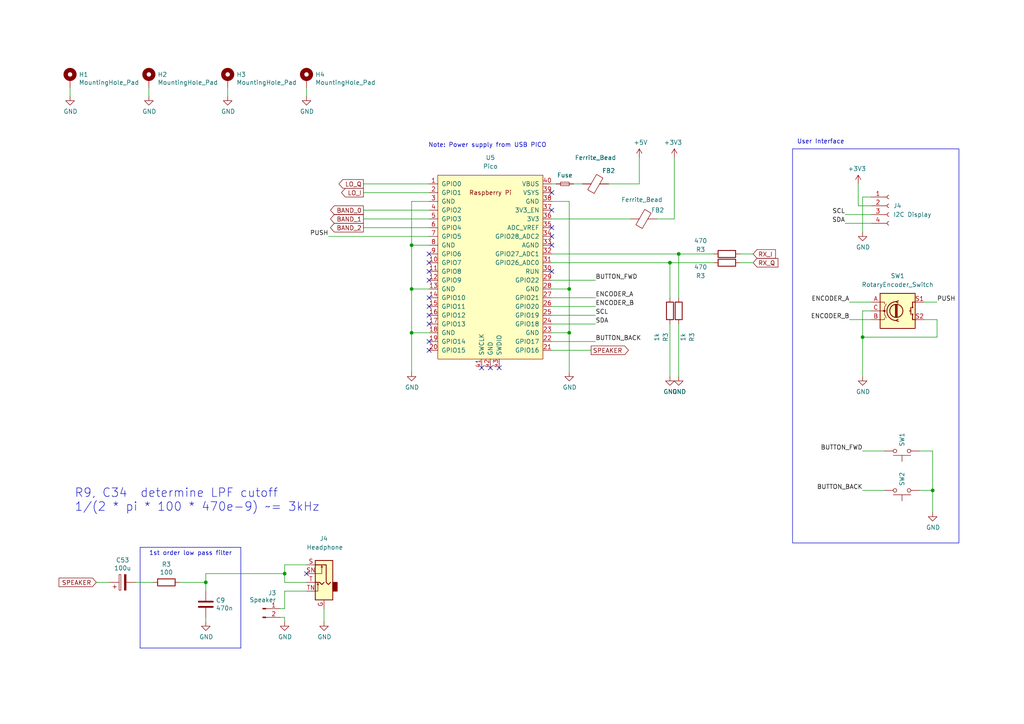
<source format=kicad_sch>
(kicad_sch (version 20250114) (generator "eeschema") (generator_version "9.0")
  (paper "A4")
  (lib_symbols
    (symbol "Connector:Conn_01x04_Socket" (pin_names (offset 1.016) (hide yes))
      (property "Reference" "J" (at 0 5.08 0))
      (property "Value" "Conn_01x04_Socket" (at 0 -7.62 0))
      (symbol "Conn_01x04_Socket_1_1"
        (polyline (pts (xy -1.27 2.54) (xy -0.508 2.54)) (stroke (width 0.1524)))
        (polyline (pts (xy -1.27 0) (xy -0.508 0)) (stroke (width 0.1524)))
        (polyline (pts (xy -1.27 -2.54) (xy -0.508 -2.54)) (stroke (width 0.1524)))
        (polyline (pts (xy -1.27 -5.08) (xy -0.508 -5.08)) (stroke (width 0.1524)))
        (arc (start 0 2.032) (mid -0.5058 2.54) (end 0 3.048) (stroke (width 0.1524)))
        (arc (start 0 -0.508) (mid -0.5058 0) (end 0 0.508) (stroke (width 0.1524)))
        (arc (start 0 -3.048) (mid -0.5058 -2.54) (end 0 -2.032) (stroke (width 0.1524)))
        (arc (start 0 -5.588) (mid -0.5058 -5.08) (end 0 -4.572) (stroke (width 0.1524)))
        (pin passive line (at -5.08 2.54 0) (length 3.81) (name "Pin_1") (number "1"))
        (pin passive line (at -5.08 0 0) (length 3.81) (name "Pin_2") (number "2"))
        (pin passive line (at -5.08 -2.54 0) (length 3.81) (name "Pin_3") (number "3"))
        (pin passive line (at -5.08 -5.08 0) (length 3.81) (name "Pin_4") (number "4"))
      )
    )
    (symbol "Device:C" (pin_numbers (hide yes)) (pin_names (offset 0.254))
      (property "Reference" "C" (at 0.635 2.54 0))
      (property "Value" "C" (at 0.635 -2.54 0))
      (symbol "C_0_1"
        (polyline (pts (xy -2.032 0.762) (xy 2.032 0.762)) (stroke (width 0.508)))
        (polyline (pts (xy -2.032 -0.762) (xy 2.032 -0.762)) (stroke (width 0.508)))
      )
      (symbol "C_1_1"
        (pin passive line (at 0 3.81 270) (length 2.794) (name "~") (number "1"))
        (pin passive line (at 0 -3.81 90) (length 2.794) (name "~") (number "2"))
      )
    )
    (symbol "Device:Ferrite_Bead" (pin_numbers (hide yes)) (pin_names (offset 0))
      (property "Reference" "FB" (at -3.81 0.635 90))
      (property "Value" "Device_Ferrite_Bead" (at 3.81 0 90))
      (symbol "Ferrite_Bead_0_1"
        (polyline (pts (xy -2.7686 0.4064) (xy -1.7018 2.2606) (xy 2.7686 -0.3048) (xy 1.6764 -2.159) (xy -2.7686 0.4064)))
        (polyline (pts (xy 0 1.27) (xy 0 1.2954)))
        (polyline (pts (xy 0 -1.27) (xy 0 -1.2192)))
      )
      (symbol "Ferrite_Bead_1_1"
        (pin passive line (at 0 3.81 270) (length 2.54) (name "~") (number "1"))
        (pin passive line (at 0 -3.81 90) (length 2.54) (name "~") (number "2"))
      )
    )
    (symbol "Device:Fuse_Small" (pin_numbers (hide yes)) (pin_names (offset 0.254) (hide yes))
      (property "Reference" "F" (at 0 -1.524 0))
      (property "Value" "Fuse_Small" (at 0 1.524 0))
      (symbol "Fuse_Small_0_1"
        (rectangle (start -1.27 0.508) (end 1.27 -0.508))
        (polyline (pts (xy -1.27 0) (xy 1.27 0)))
      )
      (symbol "Fuse_Small_1_1"
        (pin passive line (at -2.54 0 0) (length 1.27) (name "~") (number "1"))
        (pin passive line (at 2.54 0 180) (length 1.27) (name "~") (number "2"))
      )
    )
    (symbol "Device:R" (pin_numbers (hide yes)) (pin_names (offset 0))
      (property "Reference" "R" (at 2.032 0 90))
      (property "Value" "R" (at 0 0 90))
      (symbol "R_0_1"
        (rectangle (start -1.016 -2.54) (end 1.016 2.54) (stroke (width 0.254)))
      )
      (symbol "R_1_1"
        (pin passive line (at 0 3.81 270) (length 1.27) (name "~") (number "1"))
        (pin passive line (at 0 -3.81 90) (length 1.27) (name "~") (number "2"))
      )
    )
    (symbol "Device:RotaryEncoder_Switch" (pin_names (offset 0.254) (hide yes))
      (property "Reference" "SW" (at 0 6.604 0))
      (property "Value" "RotaryEncoder_Switch" (at 0 -6.604 0))
      (symbol "RotaryEncoder_Switch_0_1"
        (rectangle (start -5.08 5.08) (end 5.08 -5.08) (stroke (width 0.254)) (fill (type background)))
        (polyline (pts (xy -5.08 2.54) (xy -3.81 2.54) (xy -3.81 2.032)))
        (polyline (pts (xy -5.08 0) (xy -3.81 0) (xy -3.81 -1.016) (xy -3.302 -2.032)))
        (polyline (pts (xy -5.08 -2.54) (xy -3.81 -2.54) (xy -3.81 -2.032)))
        (polyline (pts (xy -4.318 0) (xy -3.81 0) (xy -3.81 1.016) (xy -3.302 2.032)))
        (circle (center -3.81 0) (radius 0.254) (fill (type outline)))
        (polyline (pts (xy -0.635 -1.778) (xy -0.635 1.778)) (stroke (width 0.254)))
        (circle (center -0.381 0) (radius 1.905) (stroke (width 0.254)))
        (polyline (pts (xy -0.381 -1.778) (xy -0.381 1.778)) (stroke (width 0.254)))
        (arc (start -0.381 -2.794) (mid -3.0988 -0.0635) (end -0.381 2.667) (stroke (width 0.254)))
        (polyline (pts (xy -0.127 1.778) (xy -0.127 -1.778)) (stroke (width 0.254)))
        (polyline (pts (xy 0.254 2.921) (xy -0.508 2.667) (xy 0.127 2.286)) (stroke (width 0.254)))
        (polyline (pts (xy 0.254 -3.048) (xy -0.508 -2.794) (xy 0.127 -2.413)) (stroke (width 0.254)))
        (polyline (pts (xy 3.81 1.016) (xy 3.81 -1.016)) (stroke (width 0.254)))
        (polyline (pts (xy 3.81 0) (xy 3.429 0)) (stroke (width 0.254)))
        (circle (center 4.318 1.016) (radius 0.127) (stroke (width 0.254)))
        (circle (center 4.318 -1.016) (radius 0.127) (stroke (width 0.254)))
        (polyline (pts (xy 5.08 2.54) (xy 4.318 2.54) (xy 4.318 1.016)) (stroke (width 0.254)))
        (polyline (pts (xy 5.08 -2.54) (xy 4.318 -2.54) (xy 4.318 -1.016)) (stroke (width 0.254)))
      )
      (symbol "RotaryEncoder_Switch_1_1"
        (pin passive line (at -7.62 2.54 0) (length 2.54) (name "A") (number "A"))
        (pin passive line (at -7.62 0 0) (length 2.54) (name "C") (number "C"))
        (pin passive line (at -7.62 -2.54 0) (length 2.54) (name "B") (number "B"))
        (pin passive line (at 7.62 2.54 180) (length 2.54) (name "S1") (number "S1"))
        (pin passive line (at 7.62 -2.54 180) (length 2.54) (name "S2") (number "S2"))
      )
    )
    (symbol "Mechanical:MountingHole_Pad" (pin_numbers (hide yes)) (pin_names (offset 1.016) (hide yes))
      (property "Reference" "H" (at 0 6.35 0))
      (property "Value" "MountingHole_Pad" (at 0 4.445 0))
      (symbol "MountingHole_Pad_0_1"
        (circle (center 0 1.27) (radius 1.27) (stroke (width 1.27)))
      )
      (symbol "MountingHole_Pad_1_1"
        (pin input line (at 0 -2.54 90) (length 2.54) (name "1") (number "1"))
      )
    )
    (symbol "RADIO-rescue:AudioJack2_Ground_Switch-Connector"
      (property "Reference" "J" (at 0 11.43 0))
      (property "Value" "Connector_AudioJack2_Ground_Switch" (at 0 8.89 0))
      (symbol "AudioJack2_Ground_Switch-Connector_0_1"
        (rectangle (start -2.54 -2.54) (end -3.81 0) (stroke (width 0.254)) (fill (type outline)))
        (rectangle (start 2.54 6.35) (end -2.54 -5.08) (stroke (width 0.254)) (fill (type background)))
      )
      (symbol "AudioJack2_Ground_Switch-Connector_1_1"
        (polyline (pts (xy 0 0) (xy 0.635 -0.635) (xy 1.27 0) (xy 2.54 0)) (stroke (width 0.254)))
        (polyline (pts (xy 0.635 4.826) (xy 0.889 4.318)))
        (polyline (pts (xy 1.778 -0.254) (xy 2.032 -0.762)))
        (polyline (pts (xy 2.54 5.08) (xy -0.635 5.08) (xy -0.635 0) (xy -1.27 -0.635) (xy -1.905 0)) (stroke (width 0.254)))
        (polyline (pts (xy 2.54 2.54) (xy 0.635 2.54) (xy 0.635 4.826) (xy 0.381 4.318)))
        (polyline (pts (xy 2.54 -2.54) (xy 1.778 -2.54) (xy 1.778 -0.254) (xy 1.524 -0.762)))
        (pin passive line (at 0 -7.62 90) (length 2.54) (name "~") (number "G"))
        (pin passive line (at 5.08 5.08 180) (length 2.54) (name "~") (number "S"))
        (pin passive line (at 5.08 2.54 180) (length 2.54) (name "~") (number "SN"))
        (pin passive line (at 5.08 0 180) (length 2.54) (name "~") (number "T"))
        (pin passive line (at 5.08 -2.54 180) (length 2.54) (name "~") (number "TN"))
      )
    )
    (symbol "RADIO-rescue:CP-Device" (pin_numbers (hide yes)) (pin_names (offset 0.254))
      (property "Reference" "C" (at 0.635 2.54 0))
      (property "Value" "Device_CP" (at 0.635 -2.54 0))
      (symbol "CP-Device_0_1"
        (rectangle (start -2.286 0.508) (end 2.286 1.016))
        (polyline (pts (xy -1.778 2.286) (xy -0.762 2.286)))
        (polyline (pts (xy -1.27 2.794) (xy -1.27 1.778)))
        (rectangle (start 2.286 -0.508) (end -2.286 -1.016) (fill (type outline)))
      )
      (symbol "CP-Device_1_1"
        (pin passive line (at 0 3.81 270) (length 2.794) (name "~") (number "1"))
        (pin passive line (at 0 -3.81 90) (length 2.794) (name "~") (number "2"))
      )
    )
    (symbol "RADIO-rescue:Conn_01x02_Male-Connector" (pin_names (offset 1.016) (hide yes))
      (property "Reference" "J" (at 0 2.54 0))
      (property "Value" "Connector_Conn_01x02_Male" (at 0 -5.08 0))
      (symbol "Conn_01x02_Male-Connector_1_1"
        (rectangle (start 0.8636 0.127) (end 0 -0.127) (stroke (width 0.1524)) (fill (type outline)))
        (rectangle (start 0.8636 -2.413) (end 0 -2.667) (stroke (width 0.1524)) (fill (type outline)))
        (polyline (pts (xy 1.27 0) (xy 0.8636 0)) (stroke (width 0.1524)))
        (polyline (pts (xy 1.27 -2.54) (xy 0.8636 -2.54)) (stroke (width 0.1524)))
        (pin passive line (at 5.08 0 180) (length 3.81) (name "Pin_1") (number "1"))
        (pin passive line (at 5.08 -2.54 180) (length 3.81) (name "Pin_2") (number "2"))
      )
    )
    (symbol "Switch:SW_Push" (pin_numbers (hide yes)) (pin_names (offset 1.016) (hide yes))
      (property "Reference" "SW" (at 1.27 2.54 0))
      (property "Value" "SW_Push" (at 0 -1.524 0))
      (symbol "SW_Push_0_1"
        (circle (center -2.032 0) (radius 0.508))
        (polyline (pts (xy 0 1.27) (xy 0 3.048)))
        (circle (center 2.032 0) (radius 0.508))
        (polyline (pts (xy 2.54 1.27) (xy -2.54 1.27)))
        (pin passive line (at -5.08 0 0) (length 2.54) (name "1") (number "1"))
        (pin passive line (at 5.08 0 180) (length 2.54) (name "2") (number "2"))
      )
    )
    (symbol "pico:Pico" (pin_names (offset 1.016))
      (property "Reference" "U2" (at 0 29.21 0))
      (property "Value" "Pico" (at 0 16.51 0))
      (symbol "Pico_0_0"
        (text "Raspberry Pi" (at 0 21.59 0) (effects (font (size 1.27 1.27))))
      )
      (symbol "Pico_0_1"
        (rectangle (start -15.24 26.67) (end 15.24 -26.67) (fill (type background)))
      )
      (symbol "Pico_1_1"
        (pin bidirectional line (at -17.78 24.13 0) (length 2.54) (name "GPIO0") (number "1"))
        (pin bidirectional line (at -17.78 21.59 0) (length 2.54) (name "GPIO1") (number "2"))
        (pin power_in line (at -17.78 19.05 0) (length 2.54) (name "GND") (number "3"))
        (pin bidirectional line (at -17.78 16.51 0) (length 2.54) (name "GPIO2") (number "4"))
        (pin bidirectional line (at -17.78 13.97 0) (length 2.54) (name "GPIO3") (number "5"))
        (pin bidirectional line (at -17.78 11.43 0) (length 2.54) (name "GPIO4") (number "6"))
        (pin bidirectional line (at -17.78 8.89 0) (length 2.54) (name "GPIO5") (number "7"))
        (pin power_in line (at -17.78 6.35 0) (length 2.54) (name "GND") (number "8"))
        (pin bidirectional line (at -17.78 3.81 0) (length 2.54) (name "GPIO6") (number "9"))
        (pin bidirectional line (at -17.78 1.27 0) (length 2.54) (name "GPIO7") (number "10"))
        (pin bidirectional line (at -17.78 -1.27 0) (length 2.54) (name "GPIO8") (number "11"))
        (pin bidirectional line (at -17.78 -3.81 0) (length 2.54) (name "GPIO9") (number "12"))
        (pin power_in line (at -17.78 -6.35 0) (length 2.54) (name "GND") (number "13"))
        (pin bidirectional line (at -17.78 -8.89 0) (length 2.54) (name "GPIO10") (number "14"))
        (pin bidirectional line (at -17.78 -11.43 0) (length 2.54) (name "GPIO11") (number "15"))
        (pin bidirectional line (at -17.78 -13.97 0) (length 2.54) (name "GPIO12") (number "16"))
        (pin bidirectional line (at -17.78 -16.51 0) (length 2.54) (name "GPIO13") (number "17"))
        (pin power_in line (at -17.78 -19.05 0) (length 2.54) (name "GND") (number "18"))
        (pin bidirectional line (at -17.78 -21.59 0) (length 2.54) (name "GPIO14") (number "19"))
        (pin bidirectional line (at -17.78 -24.13 0) (length 2.54) (name "GPIO15") (number "20"))
        (pin input line (at -2.54 -29.21 90) (length 2.54) (name "SWCLK") (number "41"))
        (pin power_in line (at 0 -29.21 90) (length 2.54) (name "GND") (number "42"))
        (pin bidirectional line (at 2.54 -29.21 90) (length 2.54) (name "SWDIO") (number "43"))
        (pin unspecified line (at 17.78 24.13 180) (length 2.54) (name "VBUS") (number "40"))
        (pin unspecified line (at 17.78 21.59 180) (length 2.54) (name "VSYS") (number "39"))
        (pin bidirectional line (at 17.78 19.05 180) (length 2.54) (name "GND") (number "38"))
        (pin input line (at 17.78 16.51 180) (length 2.54) (name "3V3_EN") (number "37"))
        (pin unspecified line (at 17.78 13.97 180) (length 2.54) (name "3V3") (number "36"))
        (pin unspecified line (at 17.78 11.43 180) (length 2.54) (name "ADC_VREF") (number "35"))
        (pin bidirectional line (at 17.78 8.89 180) (length 2.54) (name "GPIO28_ADC2") (number "34"))
        (pin power_in line (at 17.78 6.35 180) (length 2.54) (name "AGND") (number "33"))
        (pin bidirectional line (at 17.78 3.81 180) (length 2.54) (name "GPIO27_ADC1") (number "32"))
        (pin bidirectional line (at 17.78 1.27 180) (length 2.54) (name "GPIO26_ADC0") (number "31"))
        (pin input line (at 17.78 -1.27 180) (length 2.54) (name "RUN") (number "30"))
        (pin bidirectional line (at 17.78 -3.81 180) (length 2.54) (name "GPIO22") (number "29"))
        (pin power_in line (at 17.78 -6.35 180) (length 2.54) (name "GND") (number "28"))
        (pin bidirectional line (at 17.78 -8.89 180) (length 2.54) (name "GPIO21") (number "27"))
        (pin bidirectional line (at 17.78 -11.43 180) (length 2.54) (name "GPIO20") (number "26"))
        (pin bidirectional line (at 17.78 -13.97 180) (length 2.54) (name "GPIO19") (number "25"))
        (pin bidirectional line (at 17.78 -16.51 180) (length 2.54) (name "GPIO18") (number "24"))
        (pin power_in line (at 17.78 -19.05 180) (length 2.54) (name "GND") (number "23"))
        (pin bidirectional line (at 17.78 -21.59 180) (length 2.54) (name "GPIO17") (number "22"))
        (pin bidirectional line (at 17.78 -24.13 180) (length 2.54) (name "GPIO16") (number "21"))
      )
    )
    (symbol "power:+3V3" (power) (pin_names (offset 0))
      (property "Value" "+3V3" (at 0 3.556 0))
      (symbol "+3V3_0_1"
        (polyline (pts (xy -0.762 1.27) (xy 0 2.54)))
        (polyline (pts (xy 0 2.54) (xy 0.762 1.27)))
        (polyline (pts (xy 0 0) (xy 0 2.54)))
      )
      (symbol "+3V3_1_1"
        (pin power_in line (at 0 0 90) (length 0) (hide yes) (name "+3V3") (number "1"))
      )
    )
    (symbol "power:+5V" (power) (pin_names (offset 0))
      (property "Value" "+5V" (at 0 3.556 0))
      (symbol "+5V_0_1"
        (polyline (pts (xy -0.762 1.27) (xy 0 2.54)))
        (polyline (pts (xy 0 2.54) (xy 0.762 1.27)))
        (polyline (pts (xy 0 0) (xy 0 2.54)))
      )
      (symbol "+5V_1_1"
        (pin power_in line (at 0 0 90) (length 0) (hide yes) (name "+5V") (number "1"))
      )
    )
    (symbol "power:GND" (power) (pin_names (offset 0))
      (property "Value" "GND" (at 0 -3.81 0))
      (symbol "GND_0_1"
        (polyline (pts (xy 0 0) (xy 0 -1.27) (xy 1.27 -1.27) (xy 0 -2.54) (xy -1.27 -1.27) (xy 0 -1.27)))
      )
      (symbol "GND_1_1"
        (pin power_in line (at 0 0 270) (length 0) (hide yes) (name "GND") (number "1"))
      )
    )
  )
  (rectangle (start 229.87 43.18) (end 278.13 157.48))
  (text "1st order low pass filter" (at 67.31 161.29 0) (effects (font (size 1.27 1.27)) (justify right bottom)))
  (text "Note: Power supply from USB PICO" (at 124.206 42.926 0) (effects (font (size 1.27 1.27)) (justify left bottom)))
  (text "User Interface" (at 231.14 41.91 0) (effects (font (size 1.27 1.27)) (justify left bottom)))
  (text "R9, C34  determine LPF cutoff\n1/(2 * pi * 100 * 470e-9) ~= 3kHz" (at 21.59 148.59 0) (effects (font (size 2.5 2.5)) (justify left bottom)))
  (junction (at 119.38 96.52))
  (junction (at 270.51 142.24))
  (junction (at 82.55 166.37))
  (junction (at 165.1 83.82))
  (junction (at 119.38 83.82))
  (junction (at 194.31 76.2))
  (junction (at 59.69 168.91))
  (junction (at 119.38 71.12))
  (junction (at 165.1 96.52))
  (junction (at 250.19 97.79))
  (junction (at 196.85 73.66))
  (no_connect (at 142.24 106.68))
  (no_connect (at 160.02 68.58))
  (no_connect (at 160.02 60.96))
  (no_connect (at 160.02 78.74))
  (no_connect (at 124.46 81.28))
  (no_connect (at 124.46 99.06))
  (no_connect (at 124.46 88.9))
  (no_connect (at 124.46 93.98))
  (no_connect (at 124.46 78.74))
  (no_connect (at 88.9 166.37))
  (no_connect (at 124.46 91.44))
  (no_connect (at 139.7 106.68))
  (no_connect (at 124.46 101.6))
  (no_connect (at 160.02 71.12))
  (no_connect (at 144.78 106.68))
  (no_connect (at 124.46 73.66))
  (no_connect (at 124.46 86.36))
  (no_connect (at 124.46 76.2))
  (no_connect (at 160.02 55.88))
  (no_connect (at 160.02 66.04))
  (wire (pts (xy 185.42 53.34) (xy 176.53 53.34)))
  (wire (pts (xy 160.02 93.98) (xy 172.72 93.98)))
  (wire (pts (xy 165.1 96.52) (xy 165.1 107.95)))
  (wire (pts (xy 20.32 25.4) (xy 20.32 27.94)))
  (wire (pts (xy 105.41 60.96) (xy 124.46 60.96)))
  (wire (pts (xy 59.69 168.91) (xy 59.69 171.45)))
  (polyline (pts (xy 40.64 158.75) (xy 69.85 158.75)))
  (wire (pts (xy 119.38 58.42) (xy 119.38 71.12)))
  (wire (pts (xy 246.38 87.63) (xy 252.73 87.63)))
  (wire (pts (xy 39.37 168.91) (xy 44.45 168.91)))
  (wire (pts (xy 59.69 166.37) (xy 59.69 168.91)))
  (wire (pts (xy 119.38 71.12) (xy 119.38 83.82)))
  (wire (pts (xy 250.19 109.22) (xy 250.19 97.79)))
  (wire (pts (xy 81.28 176.53) (xy 82.55 176.53)))
  (wire (pts (xy 160.02 58.42) (xy 165.1 58.42)))
  (wire (pts (xy 124.46 71.12) (xy 119.38 71.12)))
  (wire (pts (xy 160.02 53.34) (xy 161.29 53.34)))
  (wire (pts (xy 196.85 73.66) (xy 196.85 86.36)))
  (wire (pts (xy 267.97 92.71) (xy 271.78 92.71)))
  (wire (pts (xy 166.37 53.34) (xy 168.91 53.34)))
  (wire (pts (xy 252.73 59.69) (xy 248.92 59.69)))
  (wire (pts (xy 27.94 168.91) (xy 31.75 168.91)))
  (wire (pts (xy 271.78 92.71) (xy 271.78 97.79)))
  (wire (pts (xy 93.98 176.53) (xy 93.98 180.34)))
  (wire (pts (xy 160.02 101.6) (xy 171.45 101.6)))
  (wire (pts (xy 124.46 96.52) (xy 119.38 96.52)))
  (wire (pts (xy 267.97 87.63) (xy 271.78 87.63)))
  (wire (pts (xy 160.02 86.36) (xy 172.72 86.36)))
  (wire (pts (xy 194.31 76.2) (xy 207.01 76.2)))
  (wire (pts (xy 160.02 88.9) (xy 172.72 88.9)))
  (polyline (pts (xy 69.85 187.96) (xy 69.85 158.75)))
  (wire (pts (xy 124.46 58.42) (xy 119.38 58.42)))
  (wire (pts (xy 59.69 166.37) (xy 82.55 166.37)))
  (wire (pts (xy 66.04 25.4) (xy 66.04 27.94)))
  (wire (pts (xy 82.55 163.83) (xy 82.55 166.37)))
  (polyline (pts (xy 40.64 187.96) (xy 69.85 187.96)))
  (wire (pts (xy 160.02 81.28) (xy 172.72 81.28)))
  (wire (pts (xy 119.38 83.82) (xy 119.38 96.52)))
  (wire (pts (xy 82.55 179.07) (xy 82.55 180.34)))
  (wire (pts (xy 196.85 73.66) (xy 207.01 73.66)))
  (wire (pts (xy 160.02 63.5) (xy 182.88 63.5)))
  (wire (pts (xy 214.63 76.2) (xy 218.44 76.2)))
  (wire (pts (xy 271.78 97.79) (xy 250.19 97.79)))
  (wire (pts (xy 190.5 63.5) (xy 195.58 63.5)))
  (wire (pts (xy 81.28 179.07) (xy 82.55 179.07)))
  (wire (pts (xy 119.38 96.52) (xy 119.38 107.95)))
  (wire (pts (xy 82.55 163.83) (xy 88.9 163.83)))
  (wire (pts (xy 214.63 73.66) (xy 218.44 73.66)))
  (wire (pts (xy 105.41 63.5) (xy 124.46 63.5)))
  (wire (pts (xy 270.51 142.24) (xy 266.7 142.24)))
  (wire (pts (xy 105.41 66.04) (xy 124.46 66.04)))
  (wire (pts (xy 250.19 90.17) (xy 252.73 90.17)))
  (wire (pts (xy 266.7 130.81) (xy 270.51 130.81)))
  (wire (pts (xy 250.19 57.15) (xy 250.19 67.31)))
  (wire (pts (xy 250.19 130.81) (xy 256.54 130.81)))
  (polyline (pts (xy 40.64 158.75) (xy 40.64 187.96)))
  (wire (pts (xy 82.55 176.53) (xy 82.55 171.45)))
  (wire (pts (xy 245.11 64.77) (xy 252.73 64.77)))
  (wire (pts (xy 95.25 68.58) (xy 124.46 68.58)))
  (wire (pts (xy 165.1 83.82) (xy 165.1 96.52)))
  (wire (pts (xy 250.19 97.79) (xy 250.19 90.17)))
  (wire (pts (xy 160.02 91.44) (xy 172.72 91.44)))
  (wire (pts (xy 270.51 142.24) (xy 270.51 148.59)))
  (wire (pts (xy 160.02 73.66) (xy 196.85 73.66)))
  (wire (pts (xy 88.9 168.91) (xy 82.55 168.91)))
  (wire (pts (xy 160.02 96.52) (xy 165.1 96.52)))
  (wire (pts (xy 160.02 76.2) (xy 194.31 76.2)))
  (wire (pts (xy 82.55 168.91) (xy 82.55 166.37)))
  (wire (pts (xy 124.46 83.82) (xy 119.38 83.82)))
  (wire (pts (xy 88.9 25.4) (xy 88.9 27.94)))
  (wire (pts (xy 245.11 62.23) (xy 252.73 62.23)))
  (wire (pts (xy 82.55 171.45) (xy 88.9 171.45)))
  (wire (pts (xy 105.41 55.88) (xy 124.46 55.88)))
  (wire (pts (xy 124.46 53.34) (xy 105.41 53.34)))
  (wire (pts (xy 250.19 142.24) (xy 256.54 142.24)))
  (wire (pts (xy 165.1 58.42) (xy 165.1 83.82)))
  (wire (pts (xy 194.31 93.98) (xy 194.31 109.22)))
  (wire (pts (xy 52.07 168.91) (xy 59.69 168.91)))
  (wire (pts (xy 59.69 179.07) (xy 59.69 180.34)))
  (wire (pts (xy 246.38 92.71) (xy 252.73 92.71)))
  (wire (pts (xy 248.92 53.34) (xy 248.92 59.69)))
  (wire (pts (xy 196.85 93.98) (xy 196.85 109.22)))
  (wire (pts (xy 252.73 57.15) (xy 250.19 57.15)))
  (wire (pts (xy 160.02 83.82) (xy 165.1 83.82)))
  (wire (pts (xy 43.18 25.4) (xy 43.18 27.94)))
  (wire (pts (xy 185.42 45.72) (xy 185.42 53.34)))
  (wire (pts (xy 270.51 130.81) (xy 270.51 142.24)))
  (wire (pts (xy 160.02 99.06) (xy 172.72 99.06)))
  (wire (pts (xy 194.31 76.2) (xy 194.31 86.36)))
  (wire (pts (xy 195.58 63.5) (xy 195.58 45.72)))
  (label "PUSH" (at 271.78 87.63 0))
  (label "BUTTON_BACK" (at 172.72 99.06 0))
  (label "SDA" (at 172.72 93.98 0))
  (label "BUTTON_FWD" (at 250.19 130.81 180))
  (label "SCL" (at 172.72 91.44 0))
  (label "PUSH" (at 95.25 68.58 180))
  (label "BUTTON_FWD" (at 172.72 81.28 0))
  (label "ENCODER_A" (at 246.38 87.63 180))
  (label "BUTTON_BACK" (at 250.19 142.24 180))
  (label "ENCODER_A" (at 172.72 86.36 0))
  (label "ENCODER_B" (at 246.38 92.71 180))
  (label "SDA" (at 245.11 64.77 180))
  (label "ENCODER_B" (at 172.72 88.9 0))
  (label "SCL" (at 245.11 62.23 180))
  (global_label "RX_I" (shape input) (at 218.44 73.66 0) (property "Intersheetrefs" "${INTERSHEET_REFS}" (effects (hide yes))))
  (global_label "SPEAKER" (shape output) (at 171.45 101.6 0) (property "Intersheetrefs" "${INTERSHEET_REFS}" (effects (hide yes))))
  (global_label "BAND_0" (shape output) (at 105.41 60.96 180) (property "Intersheetrefs" "${INTERSHEET_REFS}" (effects (hide yes))))
  (global_label "RX_Q" (shape input) (at 218.44 76.2 0) (property "Intersheetrefs" "${INTERSHEET_REFS}" (effects (hide yes))))
  (global_label "LO_I" (shape output) (at 105.41 55.88 180) (property "Intersheetrefs" "${INTERSHEET_REFS}" (effects (hide yes))))
  (global_label "LO_Q" (shape output) (at 105.41 53.34 180) (property "Intersheetrefs" "${INTERSHEET_REFS}" (effects (hide yes))))
  (global_label "BAND_1" (shape output) (at 105.41 63.5 180) (property "Intersheetrefs" "${INTERSHEET_REFS}" (effects (hide yes))))
  (global_label "BAND_2" (shape output) (at 105.41 66.04 180) (property "Intersheetrefs" "${INTERSHEET_REFS}" (effects (hide yes))))
  (global_label "SPEAKER" (shape input) (at 27.94 168.91 180) (property "Intersheetrefs" "${INTERSHEET_REFS}" (effects (hide yes))))
  (symbol (lib_id "Mechanical:MountingHole_Pad") (at 88.9 22.86 0) (unit 1)
    (property "Reference" "H4" (at 91.44 21.6154 0) (effects (justify left)))
    (property "Value" "MountingHole_Pad" (at 91.44 23.9268 0) (effects (justify left)))
    (property "Footprint" "MountingHole:MountingHole_3.2mm_M3_Pad" (effects (hide yes)))
  )
  (symbol (lib_id "pico:Pico") (at 142.24 77.47 0) (unit 1)
    (property "Reference" "U5" (at 142.24 45.72 0))
    (property "Value" "Pico" (at 142.24 48.26 0))
    (property "Footprint" "reciever:RPi_Pico_SMD_TH" (effects (hide yes)))
  )
  (symbol (lib_id "Device:R") (at 194.31 90.17 180) (unit 1)
    (property "Reference" "R15" (at 193.04 97.79 90))
    (property "Value" "1k" (at 190.5 97.79 90))
    (property "Footprint" "Resistor_SMD:R_1206_3216Metric" (effects (hide yes)))
    (instances (project "RADIO" (path "" (reference "R3") (unit 1))) (project "pico_rx" (path "" (reference "R15") (unit 1))))
  )
  (symbol (lib_id "Mechanical:MountingHole_Pad") (at 66.04 22.86 0) (unit 1)
    (property "Reference" "H3" (at 68.58 21.6154 0) (effects (justify left)))
    (property "Value" "MountingHole_Pad" (at 68.58 23.9268 0) (effects (justify left)))
    (property "Footprint" "MountingHole:MountingHole_3.2mm_M3_Pad" (effects (hide yes)))
  )
  (symbol (lib_id "power:GND") (at 250.19 109.22 0) (unit 1)
    (property "Reference" "#PWR028" (effects (hide yes)))
    (property "Value" "GND" (at 250.317 113.6142 0))
    (instances (project "RADIO" (path "" (reference "#PWR?") (unit 1))) (project "pico_rx" (path "" (reference "#PWR028") (unit 1))))
  )
  (symbol (lib_id "power:GND") (at 119.38 107.95 0) (unit 1)
    (property "Reference" "#PWR029" (effects (hide yes)))
    (property "Value" "GND" (at 119.507 112.3442 0))
    (instances (project "RADIO" (path "" (reference "#PWR?") (unit 1))) (project "pico_rx" (path "" (reference "#PWR029") (unit 1))))
  )
  (symbol (lib_id "power:GND") (at 66.04 27.94 0) (unit 1)
    (property "Reference" "#PWR050" (effects (hide yes)))
    (property "Value" "GND" (at 66.167 32.3342 0))
    (instances (project "RADIO" (path "" (reference "#PWR069") (unit 1))) (project "pico_rx" (path "" (reference "#PWR050") (unit 1))))
  )
  (symbol (lib_id "Device:R") (at 196.85 90.17 180) (unit 1)
    (property "Reference" "R16" (at 200.66 97.79 90))
    (property "Value" "1k" (at 198.12 97.79 90))
    (property "Footprint" "Resistor_SMD:R_1206_3216Metric" (effects (hide yes)))
    (instances (project "RADIO" (path "" (reference "R3") (unit 1))) (project "pico_rx" (path "" (reference "R16") (unit 1))))
  )
  (symbol (lib_id "power:GND") (at 88.9 27.94 0) (unit 1)
    (property "Reference" "#PWR051" (effects (hide yes)))
    (property "Value" "GND" (at 89.027 32.3342 0))
    (instances (project "RADIO" (path "" (reference "#PWR071") (unit 1))) (project "pico_rx" (path "" (reference "#PWR051") (unit 1))))
  )
  (symbol (lib_id "power:GND") (at 43.18 27.94 0) (unit 1)
    (property "Reference" "#PWR049" (effects (hide yes)))
    (property "Value" "GND" (at 43.307 32.3342 0))
    (instances (project "RADIO" (path "" (reference "#PWR067") (unit 1))) (project "pico_rx" (path "" (reference "#PWR049") (unit 1))))
  )
  (symbol (lib_id "power:+3V3") (at 195.58 45.72 0) (mirror y) (unit 1)
    (property "Reference" "#PWR041" (effects (hide yes)))
    (property "Value" "+3V3" (at 195.199 41.3258 0))
    (instances (project "RADIO" (path "" (reference "#PWR0107") (unit 1))) (project "pico_rx" (path "" (reference "#PWR041") (unit 1))))
  )
  (symbol (lib_id "power:+5V") (at 185.42 45.72 0) (unit 1)
    (property "Reference" "#PWR030" (effects (hide yes)))
    (property "Value" "+5V" (at 185.801 41.3258 0))
    (instances (project "RADIO" (path "" (reference "#PWR?") (unit 1))) (project "pico_rx" (path "" (reference "#PWR030") (unit 1))))
  )
  (symbol (lib_id "power:GND") (at 270.51 148.59 0) (unit 1)
    (property "Reference" "#PWR038" (effects (hide yes)))
    (property "Value" "GND" (at 270.637 152.9842 0))
    (instances (project "RADIO" (path "" (reference "#PWR?") (unit 1))) (project "pico_rx" (path "" (reference "#PWR038") (unit 1))))
  )
  (symbol (lib_id "power:GND") (at 59.69 180.34 0) (unit 1)
    (property "Reference" "#PWR026" (effects (hide yes)))
    (property "Value" "GND" (at 59.817 184.7342 0))
    (instances (project "RADIO" (path "" (reference "#PWR024") (unit 1))) (project "pico_rx" (path "" (reference "#PWR026") (unit 1))))
  )
  (symbol (lib_id "RADIO-rescue:AudioJack2_Ground_Switch-Connector") (at 93.98 168.91 0) (mirror y) (unit 1)
    (property "Reference" "J2" (at 92.71 156.21 0) (effects (justify right)))
    (property "Value" "Headphone" (at 88.9 158.75 0) (effects (justify right)))
    (property "Footprint" "reciever:jack3.5mm switched" (effects (hide yes)))
    (instances (project "RADIO" (path "" (reference "J4") (unit 1)) (path "" (reference "J4") (unit 1))) (project "pico_rx" (path "" (reference "J2") (unit 1))))
  )
  (symbol (lib_id "Connector:Conn_01x04_Socket") (at 257.81 59.69 0) (unit 1)
    (property "Reference" "J4" (at 259.08 59.69 0) (effects (justify left)))
    (property "Value" "I2C Display" (at 259.08 62.23 0) (effects (justify left)))
    (property "Footprint" "reciever:SDD1306" (effects (hide yes)))
  )
  (symbol (lib_id "power:GND") (at 196.85 109.22 0) (unit 1)
    (property "Reference" "#PWR044" (effects (hide yes)))
    (property "Value" "GND" (at 196.977 113.6142 0))
    (instances (project "RADIO" (path "" (reference "#PWR?") (unit 1))) (project "pico_rx" (path "" (reference "#PWR044") (unit 1))))
  )
  (symbol (lib_id "Device:RotaryEncoder_Switch") (at 260.35 90.17 0) (unit 1)
    (property "Reference" "SW1" (at 260.35 80.01 0))
    (property "Value" "RotaryEncoder_Switch" (at 260.35 82.55 0))
    (property "Footprint" "Rotary_Encoder:RotaryEncoder_Alps_EC11E-Switch_Vertical_H20mm" (effects (hide yes)))
  )
  (symbol (lib_id "power:GND") (at 194.31 109.22 0) (unit 1)
    (property "Reference" "#PWR037" (effects (hide yes)))
    (property "Value" "GND" (at 194.437 113.6142 0))
    (instances (project "RADIO" (path "" (reference "#PWR?") (unit 1))) (project "pico_rx" (path "" (reference "#PWR037") (unit 1))))
  )
  (symbol (lib_id "Device:Ferrite_Bead") (at 172.72 53.34 90) (unit 1)
    (property "Reference" "FB2" (at 176.53 49.53 90))
    (property "Value" "Ferrite_Bead" (at 172.72 45.72 90))
    (property "Footprint" "Inductor_SMD:L_1206_3216Metric" (effects (hide yes)))
  )
  (symbol (lib_id "Device:Fuse_Small") (at 163.83 53.34 0) (unit 1)
    (property "Reference" "F1" (effects (hide yes)))
    (property "Value" "Fuse" (at 163.83 50.8 0))
    (property "Footprint" "Inductor_SMD:L_1206_3216Metric" (effects (hide yes)))
    (property "Description" "Fuse, small symbol" (effects (hide yes)))
  )
  (symbol (lib_id "Device:C") (at 59.69 175.26 0) (unit 1)
    (property "Reference" "C34" (at 62.611 174.117 0) (effects (justify left)))
    (property "Value" "470n" (at 62.611 176.403 0) (effects (justify left)))
    (property "Footprint" "Capacitor_SMD:C_0805_2012Metric" (effects (hide yes)))
    (instances (project "RADIO" (path "" (reference "C9") (unit 1))) (project "pico_rx" (path "" (reference "C34") (unit 1))))
  )
  (symbol (lib_id "RADIO-rescue:CP-Device") (at 35.56 168.91 90) (unit 1)
    (property "Reference" "C39" (at 35.56 162.4584 90))
    (property "Value" "100u" (at 35.56 164.7698 90))
    (property "Footprint" "Capacitor_THT:CP_Radial_D5.0mm_P2.50mm" (effects (hide yes)))
    (instances (project "RADIO" (path "" (reference "C53") (unit 1))) (project "pico_rx" (path "" (reference "C39") (unit 1))))
  )
  (symbol (lib_id "power:GND") (at 93.98 180.34 0) (unit 1)
    (property "Reference" "#PWR036" (effects (hide yes)))
    (property "Value" "GND" (at 94.107 184.7342 0))
    (instances (project "RADIO" (path "" (reference "#PWR034") (unit 1))) (project "pico_rx" (path "" (reference "#PWR036") (unit 1))))
  )
  (symbol (lib_id "power:GND") (at 165.1 107.95 0) (unit 1)
    (property "Reference" "#PWR027" (effects (hide yes)))
    (property "Value" "GND" (at 165.227 112.3442 0))
    (instances (project "RADIO" (path "" (reference "#PWR?") (unit 1))) (project "pico_rx" (path "" (reference "#PWR027") (unit 1))))
  )
  (symbol (lib_id "Switch:SW_Push") (at 261.62 130.81 180) (unit 1)
    (property "Reference" "SW2" (at 261.62 129.54 90) (effects (justify right)))
    (property "Value" "SW_Push" (effects (hide yes)))
    (property "Footprint" "Button_Switch_THT:SW_Tactile_SPST_Angled_PTS645Vx31-2LFS" (effects (hide yes)))
    (instances (project "RADIO" (path "" (reference "SW1") (unit 1))) (project "pico_rx" (path "" (reference "SW2") (unit 1))))
  )
  (symbol (lib_id "Device:Ferrite_Bead") (at 186.69 63.5 90) (unit 1)
    (property "Reference" "FB1" (at 190.754 60.96 90))
    (property "Value" "Ferrite_Bead" (at 186.182 57.912 90))
    (property "Footprint" "Inductor_SMD:L_1206_3216Metric" (effects (hide yes)))
    (instances (project "RADIO" (path "" (reference "FB2") (unit 1))) (project "pico_rx" (path "" (reference "FB1") (unit 1))))
  )
  (symbol (lib_id "RADIO-rescue:Conn_01x02_Male-Connector") (at 76.2 176.53 0) (unit 1)
    (property "Reference" "J1" (at 78.9432 171.9834 0))
    (property "Value" "Speaker" (at 76.2 173.99 0))
    (property "Footprint" "Connector_PinHeader_2.54mm:PinHeader_1x02_P2.54mm_Vertical" (effects (hide yes)))
    (instances (project "RADIO" (path "" (reference "J3") (unit 1))) (project "pico_rx" (path "" (reference "J1") (unit 1))))
  )
  (symbol (lib_id "power:GND") (at 20.32 27.94 0) (unit 1)
    (property "Reference" "#PWR048" (effects (hide yes)))
    (property "Value" "GND" (at 20.447 32.3342 0))
    (instances (project "RADIO" (path "" (reference "#PWR066") (unit 1))) (project "pico_rx" (path "" (reference "#PWR048") (unit 1))))
  )
  (symbol (lib_id "power:GND") (at 82.55 180.34 0) (unit 1)
    (property "Reference" "#PWR031" (effects (hide yes)))
    (property "Value" "GND" (at 82.677 184.7342 0))
    (instances (project "RADIO" (path "" (reference "#PWR034") (unit 1))) (project "pico_rx" (path "" (reference "#PWR031") (unit 1))))
  )
  (symbol (lib_id "Mechanical:MountingHole_Pad") (at 20.32 22.86 0) (unit 1)
    (property "Reference" "H1" (at 22.86 21.6154 0) (effects (justify left)))
    (property "Value" "MountingHole_Pad" (at 22.86 23.9268 0) (effects (justify left)))
    (property "Footprint" "MountingHole:MountingHole_3.2mm_M3_Pad" (effects (hide yes)))
  )
  (symbol (lib_id "Device:R") (at 210.82 76.2 90) (unit 1)
    (property "Reference" "R14" (at 203.2 80.01 90))
    (property "Value" "470" (at 203.2 77.47 90))
    (property "Footprint" "Resistor_SMD:R_1206_3216Metric" (effects (hide yes)))
    (instances (project "RADIO" (path "" (reference "R3") (unit 1))) (project "pico_rx" (path "" (reference "R14") (unit 1))))
  )
  (symbol (lib_id "Device:R") (at 48.26 168.91 90) (unit 1)
    (property "Reference" "R9" (at 48.26 163.6776 90))
    (property "Value" "100" (at 48.26 165.989 90))
    (property "Footprint" "Resistor_SMD:R_0805_2012Metric" (effects (hide yes)))
    (instances (project "RADIO" (path "" (reference "R3") (unit 1))) (project "pico_rx" (path "" (reference "R9") (unit 1))))
  )
  (symbol (lib_id "power:+3V3") (at 248.92 53.34 0) (mirror y) (unit 1)
    (property "Reference" "#PWR042" (effects (hide yes)))
    (property "Value" "+3V3" (at 248.539 48.9458 0))
    (instances (project "RADIO" (path "" (reference "#PWR0107") (unit 1))) (project "pico_rx" (path "" (reference "#PWR042") (unit 1))))
  )
  (symbol (lib_id "Switch:SW_Push") (at 261.62 142.24 180) (unit 1)
    (property "Reference" "SW3" (at 261.62 140.97 90) (effects (justify right)))
    (property "Value" "SW_Push" (effects (hide yes)))
    (property "Footprint" "Button_Switch_THT:SW_Tactile_SPST_Angled_PTS645Vx31-2LFS" (effects (hide yes)))
    (instances (project "RADIO" (path "" (reference "SW2") (unit 1))) (project "pico_rx" (path "" (reference "SW3") (unit 1))))
  )
  (symbol (lib_id "power:GND") (at 250.19 67.31 0) (unit 1)
    (property "Reference" "#PWR039" (effects (hide yes)))
    (property "Value" "GND" (at 250.317 71.7042 0))
    (instances (project "RADIO" (path "" (reference "#PWR?") (unit 1))) (project "pico_rx" (path "" (reference "#PWR039") (unit 1))))
  )
  (symbol (lib_id "Mechanical:MountingHole_Pad") (at 43.18 22.86 0) (unit 1)
    (property "Reference" "H2" (at 45.72 21.6154 0) (effects (justify left)))
    (property "Value" "MountingHole_Pad" (at 45.72 23.9268 0) (effects (justify left)))
    (property "Footprint" "MountingHole:MountingHole_3.2mm_M3_Pad" (effects (hide yes)))
  )
  (symbol (lib_id "Device:R") (at 210.82 73.66 90) (unit 1)
    (property "Reference" "R13" (at 203.2 72.39 90))
    (property "Value" "470" (at 203.2 69.85 90))
    (property "Footprint" "Resistor_SMD:R_1206_3216Metric" (effects (hide yes)))
    (instances (project "RADIO" (path "" (reference "R3") (unit 1))) (project "pico_rx" (path "" (reference "R13") (unit 1))))
  )
)
</source>
